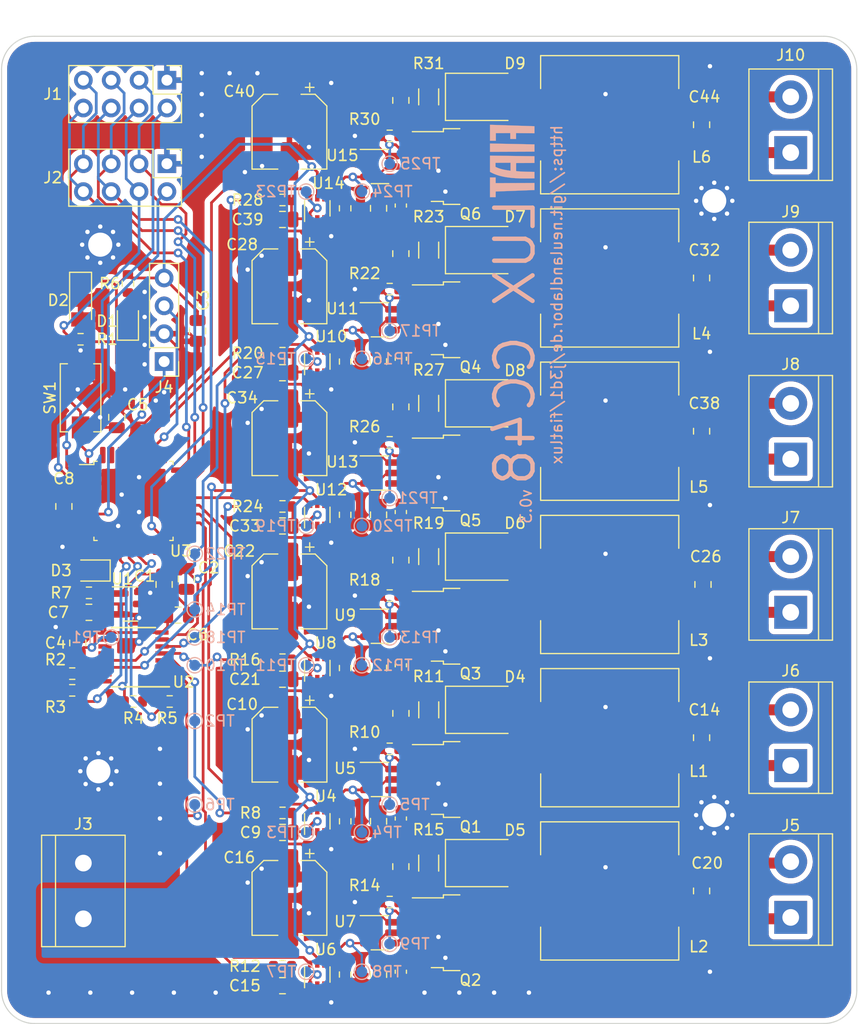
<source format=kicad_pcb>
(kicad_pcb (version 20211014) (generator pcbnew)

  (general
    (thickness 1.6)
  )

  (paper "A4")
  (layers
    (0 "F.Cu" signal)
    (31 "B.Cu" signal)
    (32 "B.Adhes" user "B.Adhesive")
    (33 "F.Adhes" user "F.Adhesive")
    (34 "B.Paste" user)
    (35 "F.Paste" user)
    (36 "B.SilkS" user "B.Silkscreen")
    (37 "F.SilkS" user "F.Silkscreen")
    (38 "B.Mask" user)
    (39 "F.Mask" user)
    (40 "Dwgs.User" user "User.Drawings")
    (41 "Cmts.User" user "User.Comments")
    (42 "Eco1.User" user "User.Eco1")
    (43 "Eco2.User" user "User.Eco2")
    (44 "Edge.Cuts" user)
    (45 "Margin" user)
    (46 "B.CrtYd" user "B.Courtyard")
    (47 "F.CrtYd" user "F.Courtyard")
    (48 "B.Fab" user)
    (49 "F.Fab" user)
    (50 "User.1" user "Nutzer.1")
    (51 "User.2" user "Nutzer.2")
    (52 "User.3" user "Nutzer.3")
    (53 "User.4" user "Nutzer.4")
    (54 "User.5" user "Nutzer.5")
    (55 "User.6" user "Nutzer.6")
    (56 "User.7" user "Nutzer.7")
    (57 "User.8" user "Nutzer.8")
    (58 "User.9" user "Nutzer.9")
  )

  (setup
    (stackup
      (layer "F.SilkS" (type "Top Silk Screen"))
      (layer "F.Paste" (type "Top Solder Paste"))
      (layer "F.Mask" (type "Top Solder Mask") (thickness 0.01))
      (layer "F.Cu" (type "copper") (thickness 0.035))
      (layer "dielectric 1" (type "core") (thickness 1.51) (material "FR4") (epsilon_r 4.5) (loss_tangent 0.02))
      (layer "B.Cu" (type "copper") (thickness 0.035))
      (layer "B.Mask" (type "Bottom Solder Mask") (thickness 0.01))
      (layer "B.Paste" (type "Bottom Solder Paste"))
      (layer "B.SilkS" (type "Bottom Silk Screen"))
      (copper_finish "None")
      (dielectric_constraints no)
    )
    (pad_to_mask_clearance 0)
    (grid_origin 167.894 27.686)
    (pcbplotparams
      (layerselection 0x00010fc_ffffffff)
      (disableapertmacros false)
      (usegerberextensions false)
      (usegerberattributes true)
      (usegerberadvancedattributes true)
      (creategerberjobfile true)
      (svguseinch false)
      (svgprecision 6)
      (excludeedgelayer true)
      (plotframeref false)
      (viasonmask false)
      (mode 1)
      (useauxorigin false)
      (hpglpennumber 1)
      (hpglpenspeed 20)
      (hpglpendiameter 15.000000)
      (dxfpolygonmode true)
      (dxfimperialunits true)
      (dxfusepcbnewfont true)
      (psnegative false)
      (psa4output false)
      (plotreference true)
      (plotvalue true)
      (plotinvisibletext false)
      (sketchpadsonfab false)
      (subtractmaskfromsilk false)
      (outputformat 1)
      (mirror false)
      (drillshape 1)
      (scaleselection 1)
      (outputdirectory "")
    )
  )

  (net 0 "")
  (net 1 "+3V3")
  (net 2 "GND")
  (net 3 "~{BUSRST}")
  (net 4 "Net-(C4-Pad1)")
  (net 5 "Net-(C8-Pad1)")
  (net 6 "/fiatlux_cc48_channel_driver2/DRI_DIM")
  (net 7 "+48V")
  (net 8 "/fiatlux_cc48_channel_driver2/DRI_VCC")
  (net 9 "/fiatlux_cc48_channel_driver2/DRI_COM")
  (net 10 "/fiatlux_cc48_channel_driver2/OUT+")
  (net 11 "/fiatlux_cc48_channel_driver2/OUT-")
  (net 12 "/fiatlux_cc48_channel_driver1/DRI_DIM")
  (net 13 "/fiatlux_cc48_channel_driver1/DRI_VCC")
  (net 14 "/fiatlux_cc48_channel_driver1/DRI_COM")
  (net 15 "/fiatlux_cc48_channel_driver1/OUT+")
  (net 16 "/fiatlux_cc48_channel_driver1/OUT-")
  (net 17 "/fiatlux_cc48_channel_driver3/DRI_DIM")
  (net 18 "/fiatlux_cc48_channel_driver3/DRI_VCC")
  (net 19 "/fiatlux_cc48_channel_driver3/DRI_COM")
  (net 20 "/fiatlux_cc48_channel_driver3/OUT+")
  (net 21 "/fiatlux_cc48_channel_driver3/OUT-")
  (net 22 "/fiatlux_cc48_channel_driver5/DRI_DIM")
  (net 23 "/fiatlux_cc48_channel_driver5/DRI_VCC")
  (net 24 "/fiatlux_cc48_channel_driver5/DRI_COM")
  (net 25 "/fiatlux_cc48_channel_driver5/OUT+")
  (net 26 "/fiatlux_cc48_channel_driver5/OUT-")
  (net 27 "Net-(D1-Pad2)")
  (net 28 "ACT_LED")
  (net 29 "Net-(D3-Pad2)")
  (net 30 "/fiatlux_cc48_channel_driver4/DRI_DIM")
  (net 31 "/fiatlux_cc48_channel_driver4/DRI_VCC")
  (net 32 "/fiatlux_cc48_channel_driver4/DRI_COM")
  (net 33 "/fiatlux_cc48_channel_driver4/OUT+")
  (net 34 "/fiatlux_cc48_channel_driver4/OUT-")
  (net 35 "SWIM")
  (net 36 "/fiatlux_cc48_channel_driver6/DRI_DIM")
  (net 37 "/fiatlux_cc48_channel_driver6/DRI_VCC")
  (net 38 "/fiatlux_cc48_channel_driver6/DRI_COM")
  (net 39 "/fiatlux_cc48_channel_driver6/OUT+")
  (net 40 "/fiatlux_cc48_channel_driver6/OUT-")
  (net 41 "/fiatlux_cc48_channel_driver2/DRI_SOURCE")
  (net 42 "/fiatlux_cc48_channel_driver1/DRI_SOURCE")
  (net 43 "/fiatlux_cc48_channel_driver3/DRI_SOURCE")
  (net 44 "DAC_SYNC")
  (net 45 "Net-(R2-Pad2)")
  (net 46 "SCLK")
  (net 47 "Net-(R3-Pad2)")
  (net 48 "MOSI")
  (net 49 "Net-(R4-Pad2)")
  (net 50 "MISO")
  (net 51 "Net-(R5-Pad2)")
  (net 52 "CH2_DIM")
  (net 53 "Net-(R9-Pad1)")
  (net 54 "CH1_DIM")
  (net 55 "CH3_DIM")
  (net 56 "CH5_DIM")
  (net 57 "CH4_DIM")
  (net 58 "Net-(R21-Pad1)")
  (net 59 "CH6_DIM")
  (net 60 "Net-(C13-Pad1)")
  (net 61 "unconnected-(U2-Pad11)")
  (net 62 "unconnected-(U2-Pad12)")
  (net 63 "INIT_{IN}")
  (net 64 "~{INT}")
  (net 65 "INIT_{OUT}")
  (net 66 "unconnected-(U3-Pad9)")
  (net 67 "SW_SCLK")
  (net 68 "SW_MOSI")
  (net 69 "SW_MISO")
  (net 70 "unconnected-(U3-Pad17)")
  (net 71 "CH1_PWM")
  (net 72 "CH2_PWM")
  (net 73 "CH3_PWM")
  (net 74 "CH4_PWM")
  (net 75 "unconnected-(U3-Pad25)")
  (net 76 "unconnected-(U3-Pad27)")
  (net 77 "CH6_PWM")
  (net 78 "CH5_PWM")
  (net 79 "unconnected-(U3-Pad32)")
  (net 80 "/fiatlux_cc48_channel_driver5/DRI_SOURCE")
  (net 81 "/fiatlux_cc48_channel_driver4/DRI_SOURCE")
  (net 82 "/fiatlux_cc48_channel_driver6/DRI_SOURCE")
  (net 83 "/fiatlux_cc48_channel_driver2/DRI_GATE")
  (net 84 "/fiatlux_cc48_channel_driver1/DRI_GATE")
  (net 85 "/fiatlux_cc48_channel_driver3/DRI_GATE")
  (net 86 "/fiatlux_cc48_channel_driver5/DRI_GATE")
  (net 87 "/fiatlux_cc48_channel_driver4/DRI_GATE")
  (net 88 "/fiatlux_cc48_channel_driver6/DRI_GATE")
  (net 89 "unconnected-(U3-Pad30)")
  (net 90 "unconnected-(U3-Pad31)")
  (net 91 "unconnected-(U3-Pad14)")
  (net 92 "unconnected-(U3-Pad15)")
  (net 93 "unconnected-(U3-Pad7)")
  (net 94 "Net-(C19-Pad1)")
  (net 95 "Net-(C25-Pad1)")
  (net 96 "Net-(C31-Pad1)")
  (net 97 "Net-(C37-Pad1)")
  (net 98 "Net-(C43-Pad1)")
  (net 99 "Net-(R13-Pad1)")
  (net 100 "Net-(R17-Pad1)")
  (net 101 "Net-(R25-Pad1)")
  (net 102 "Net-(R29-Pad1)")

  (footprint "Inductor_SMD:L_12x12mm_H8mm" (layer "F.Cu") (at 213.36 73.66 180))

  (footprint "TerminalBlock:TerminalBlock_bornier-2_P5.08mm" (layer "F.Cu") (at 229.87 90.17 90))

  (footprint "Capacitor_SMD:C_0805_2012Metric" (layer "F.Cu") (at 183.515 110.236 180))

  (footprint "Capacitor_SMD:C_0603_1608Metric" (layer "F.Cu") (at 194.31 81.026 -90))

  (footprint "Capacitor_SMD:C_0805_2012Metric" (layer "F.Cu") (at 221.742 87.63 -90))

  (footprint "TerminalBlock:TerminalBlock_bornier-2_P5.08mm" (layer "F.Cu") (at 229.87 76.2 90))

  (footprint "MountingHole:MountingHole_2.2mm_M2_Pad_Via" (layer "F.Cu") (at 222.894 38.686))

  (footprint "Resistor_SMD:R_1206_3216Metric" (layer "F.Cu") (at 196.85 99.06 90))

  (footprint "Diode_SMD:D_SMB" (layer "F.Cu") (at 201.93 57.15))

  (footprint "Connector_PinHeader_2.54mm:PinHeader_1x04_P2.54mm_Vertical" (layer "F.Cu") (at 172.72 53.34 180))

  (footprint "Capacitor_SMD:CP_Elec_6.3x4.5" (layer "F.Cu") (at 184.15 60.325 -90))

  (footprint "Connector_PinHeader_2.54mm:PinHeader_2x04_P2.54mm_Vertical" (layer "F.Cu") (at 172.974 35.306 -90))

  (footprint "Capacitor_SMD:C_0603_1608Metric" (layer "F.Cu") (at 194.31 108.966 -90))

  (footprint "Capacitor_SMD:C_0805_2012Metric" (layer "F.Cu") (at 172.72 73.66 -90))

  (footprint "Package_TO_SOT_SMD:SOT-23-6" (layer "F.Cu") (at 192.405 63.5))

  (footprint "Capacitor_SMD:C_0805_2012Metric" (layer "F.Cu") (at 192.278 67.31 -90))

  (footprint "Package_TO_SOT_SMD:SOT-363_SC-70-6" (layer "F.Cu") (at 186.69 81.28 90))

  (footprint "Capacitor_SMD:C_0805_2012Metric" (layer "F.Cu") (at 192.278 109.22 -90))

  (footprint "Package_TO_SOT_SMD:TO-252-2" (layer "F.Cu") (at 200.6655 91.44))

  (footprint "Connector_PinHeader_2.54mm:PinHeader_2x04_P2.54mm_Vertical" (layer "F.Cu") (at 172.974 27.686 -90))

  (footprint "Package_TO_SOT_SMD:TO-252-2" (layer "F.Cu") (at 200.66 77.47))

  (footprint "Resistor_SMD:R_0603_1608Metric" (layer "F.Cu") (at 183.515 80.518))

  (footprint "Diode_SMD:D_SMB" (layer "F.Cu") (at 201.93 29.21))

  (footprint "TerminalBlock:TerminalBlock_bornier-2_P5.08mm" (layer "F.Cu") (at 165.354 99.06 -90))

  (footprint "Diode_SMD:D_SMB" (layer "F.Cu") (at 201.93 99.06))

  (footprint "Diode_SMD:D_SMB" (layer "F.Cu") (at 201.93 43.18))

  (footprint "Capacitor_SMD:C_0805_2012Metric" (layer "F.Cu") (at 192.278 95.25 -90))

  (footprint "MountingHole:MountingHole_2.2mm_M2_Pad_Via" (layer "F.Cu") (at 166.727274 90.686))

  (footprint "Inductor_SMD:L_12x12mm_H8mm" (layer "F.Cu") (at 213.36 45.72 180))

  (footprint "Diode_SMD:D_SMB" (layer "F.Cu") (at 201.9355 85.09))

  (footprint "Capacitor_SMD:CP_Elec_6.3x4.5" (layer "F.Cu") (at 184.15 46.482 -90))

  (footprint "MountingHole:MountingHole_2.2mm_M2_Pad_Via" (layer "F.Cu") (at 166.894 42.686))

  (footprint "Package_TO_SOT_SMD:SOT-23-6" (layer "F.Cu") (at 192.405 35.56))

  (footprint "Capacitor_SMD:C_0805_2012Metric" (layer "F.Cu") (at 221.742 31.75 -90))

  (footprint "Resistor_SMD:R_0603_1608Metric" (layer "F.Cu") (at 189.23 81.28 -90))

  (footprint "Resistor_SMD:R_0603_1608Metric" (layer "F.Cu") (at 164.338 81.788))

  (footprint "LED_SMD:LED_0805_2012Metric" (layer "F.Cu") (at 169.418 49.7055 90))

  (footprint "Capacitor_SMD:C_0805_2012Metric" (layer "F.Cu") (at 174.752 73.152 -90))

  (footprint "Capacitor_SMD:C_0805_2012Metric" (layer "F.Cu") (at 194.31 29.53 90))

  (footprint "Capacitor_SMD:C_0805_2012Metric" (layer "F.Cu") (at 183.5205 96.266 180))

  (footprint "Inductor_SMD:L_12x12mm_H8mm" (layer "F.Cu") (at 213.36 101.6 180))

  (footprint "Capacitor_SMD:C_0805_2012Metric" (layer "F.Cu") (at 183.515 68.326 180))

  (footprint "Package_QFP:LQFP-32_7x7mm_P0.8mm" (layer "F.Cu") (at 169.926 66.04))

  (footprint "Resistor_SMD:R_1206_3216Metric" (layer "F.Cu") (at 196.85 57.15 90))

  (footprint "Package_TO_SOT_SMD:SOT-23-6" locked (layer "F.Cu")
    (tedit 5F6F9B37) (tstamp 5d5347b5-0e5b-47b3-a3e3-d6f5725bead7)
    (at 192.405 49.53)
    (descr "SOT, 6 Pin (https://www.jedec.org/sites/default/files/docs/Mo-178c.PDF variant AB), generated with kicad-footprint-generator ipc_gullwing_generator.py")
    (tags "SOT TO_SOT_SMD")
    (property "LCSC" "C367387")
    (property "Sheetfile" "fiatlux_cc48_channel_driver.kicad_sch")
    (property "Sheetname" "fiatlux_cc48_channel_driver5")
    (path "/a672b323-13f7-4347-a8ce-0a3f96c45d44/dd58ff45-8682-4c68-9b58-6c676bdc956a")
    (attr smd)
    (fp_text reference "U11" (at -3.429 -1.016) (layer "F.SilkS")
      (effects (font (size 1 1) (thickness 0.15)))
      (tstamp dc4e3f36-1a63-403f-9b69-916253287a11)
    )
    (fp_text value "FL7760" (at 0 2.4) (layer "F.Fab")
      (effects (font (size 1 1) (thickness 0.15)))
      (tstamp 62ae2c82-2ad1-41ed-9743-d3d2ec745ecf)
    )
    (fp_text user "${REFERENCE}" (at 0 0) (layer "F.Fab")
      (effects (font (size 0.4 0.4) (thickness 0.06)))
      (tstamp bb6fc9ca-29cf-4bd3-b247-55a9c24a57a8)
    )
    (fp_line (start 0 -1.56) (end -1.8 -1.56) (layer "F.SilkS") (width 0.12) (tstamp 2dcd34aa-b97e-475c-b306-119d0ffca285))
    (fp_line (start 0 -1.56) (end 0.8 -1.56) (layer "F.SilkS") (width 0.12) (tstamp 937d4f10-b715-42ce-acb2-6470c710d881))
    (fp_line (start 0 1.56) (end -0.8 1.56) (layer "F.SilkS") (width 0.12) (tstamp cbab863c-7670-4c4d-b2c1-1ed2e34b49c0))
    (fp_line (start 0 1.56) (end 0.8 1.56) (layer "F.SilkS") (width 0.12) (tstamp cf6597c8-55a9-48ee-87d2-63a5b781819f))
    (fp_line (start 2.05 1.7) (end 2.05 -1.7) (layer "F.CrtYd") (width 0.05) (tstamp 2b7c4bc6-622b-4862-ac33-e0b8062fde77))
    (fp_line (start -2.05 1.7) (end 2.05 1.7) (layer "F.CrtYd") (width 0.05) (tstamp 400807b8-0398-452a-82c7-312641a0f176))
    (fp_line (start 2.05 -1.7) (end -2.05 -1.7) (layer "F.CrtYd") (width 0.05) (tstamp 606d3235-8939-4383-9302-9b2bdc9c5c93))
    (fp_line (start -2.05 -1.7) (end -2.05 1.7) (layer "F.CrtYd") (width 0.05) (tstamp e1578996-aa23-482e-9b59-91c54424deb4))
    (fp_line (start 0.8 -1.45) (end 0.8 1.45) (layer "F.Fab") (width 0.1) (tstamp 1d1d5606-3990-4560-9222-3157112a343e))
    (fp_line (start -0.4 -1.45) (end 0.8 -1.45) (layer "F.Fab") (width 0.1) (tstamp 6fe434db-8eba-4aa7-914b-a1d7f236ec6f))
    (fp_line (start -0.8 -1.05) (end -0.4 -1.45) (layer "F.Fab") (width 0.1) (tstamp abcbf425-b631-4338-b64d-e9bcf3899426))
    (fp_line (start 0.8 1.45) (end -0.8 1.45) (layer "F.Fab") (width 0.1) (tstamp ac09c582-8fde-45c6-b5a0-d3e3b4cb3b14))
    (fp_line (start -0.8 1.45) (end -0.8 -1.05) (layer "F.Fab") (width 0.1) (tstamp e274c769-cbc7-4915-a508-55bf894ac28a))
    (pad "1" smd roundrect locked (at -1.1375 -0.95) (size 1.325 0.6) (layers "F.Cu" "F.Paste" "F.Mask") (roundrect_rratio 0.25)
      (net 7 "+48V") (pinfunction "VIN") (pintype "input") (tstamp 9ff561e4-65e2-41ac-a215-6a3669456df0))
    (pad "2" smd roundrect locked (at -1.1375 0) (size 1.325 0.6) (layers "F.Cu" "F.Paste" "F.Mask") (roundrect_rratio 0.25)
      (net 2 "GND") (pinfunction "GND") (pintype "input") (tstamp cfdba1e5-1b3c-4348-84de-4296e7d8a04f))
    (pad "3" smd roundrect locked (at -1.1375 0.95) (size 1.325 0.6) (layers "F.Cu" "F.Paste" "F.Mask") (roundrect_rratio 0.25)
      (net 24 "/fiatlux_cc48_channel_driver5/DRI_COM") (pinfunction "DIM") (pintype "input") (tstamp 9238407b-6dea-4037-8963-f08585576c76))
    (pad "4" smd roundrect locked (at 1.1375 0.95) (size 1.325 0.6) (layers "F.Cu" "F.Paste" "F.Mask") (roundrect_rratio 0.25)
      (net 86 "/fiatlux_cc48_channel_driver5/DRI_GATE") (pinfunction "DRV") (pintype "output") (tstamp ecb96073-9d8b-4100-938b-7d5457977e34))
    (pad "5" smd roundrect locked (at 1.1375 0) (size 1.325 0.6) (layers "F.Cu" "F.Paste" "F.Mask") (roundrect_rratio 0.25)
      (net 23 "/fiatlux_cc48_channel_driver5/DRI_VCC") (pinfunction "VCC") (pintype "inp
... [1226211 chars truncated]
</source>
